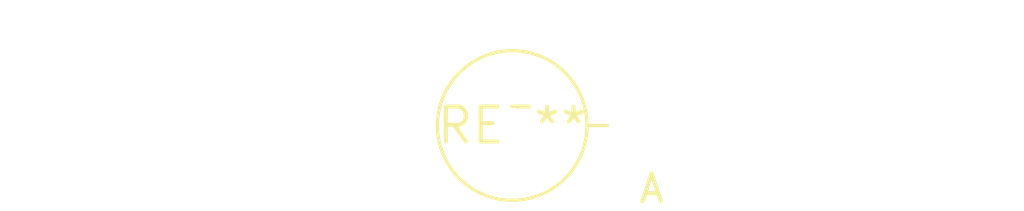
<source format=kicad_pcb>
(kicad_pcb (version 20240108) (generator pcbnew)
  (layers (0 "F.Cu" signal) (31 "B.Cu" signal) (34 "B.Paste" user) (35 "F.Paste" user) (36 "B.SilkS" user "B.Silkscreen") (37 "F.SilkS" user "F.Silkscreen") (38 "B.Mask" user) (39 "F.Mask" user) (44 "Edge.Cuts" user))
  (net 0 "")
  (footprint "D_DO-201_P5.08mm_Vertical_AnodeUp" (layer "F.Cu") (at 0 0)
    (property "Reference" "REF**")
    (property "Value" "D_DO-201_P5.08mm_Vertical_AnodeUp")
    (fp_line (start 2.725 0) (end 3.48 0) (layer "F.SilkS") (stroke (width 0.12)))
    (fp_circle (center 0 0) (end 2.725 0) (layer "F.SilkS") (stroke (width 0.12)) (fill none))
    (fp_text user "A" (at 5.08 2.3 0) (layer "F.SilkS"))
    (pad "1" thru_hole rect (at 0 0) (size 2.6 2.6) (drill 1.3) (layers *.Cu *.Mask) (remove_unused_layers))
    (pad "2" thru_hole oval (at 5.08 0) (size 2.6 2.6) (drill 1.3) (layers *.Cu *.Mask) (remove_unused_layers))
  )
)
</source>
